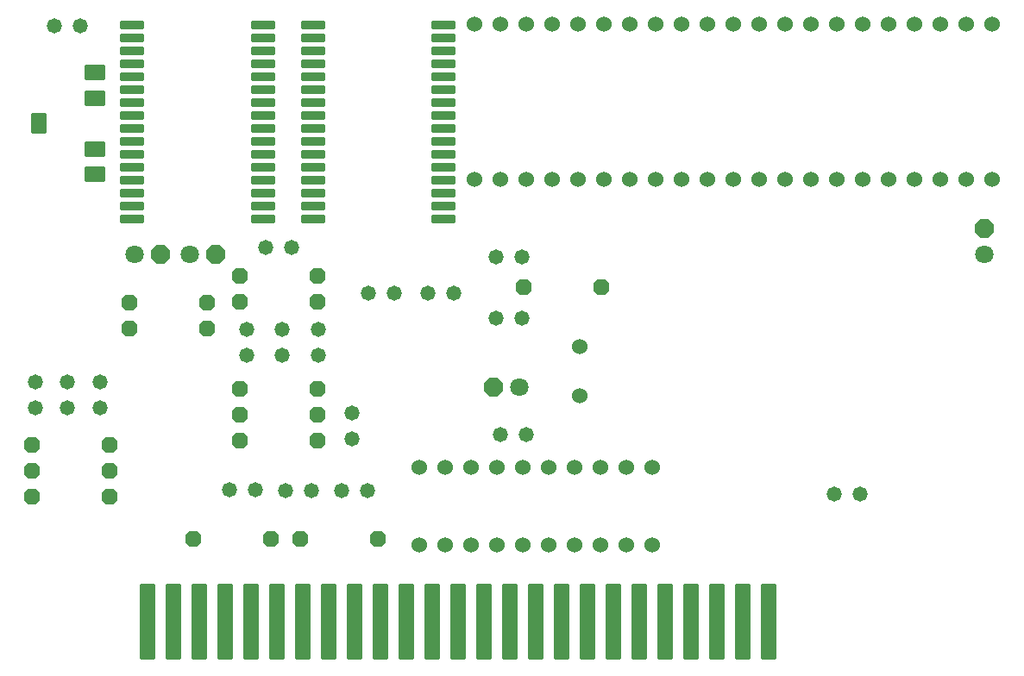
<source format=gbr>
%TF.GenerationSoftware,KiCad,Pcbnew,(6.0.5)*%
%TF.CreationDate,2022-11-15T11:28:17-03:00*%
%TF.ProjectId,MSX OPL4 Wozblaster,4d535820-4f50-44c3-9420-576f7a626c61,rev?*%
%TF.SameCoordinates,Original*%
%TF.FileFunction,Soldermask,Bot*%
%TF.FilePolarity,Negative*%
%FSLAX46Y46*%
G04 Gerber Fmt 4.6, Leading zero omitted, Abs format (unit mm)*
G04 Created by KiCad (PCBNEW (6.0.5)) date 2022-11-15 11:28:17*
%MOMM*%
%LPD*%
G01*
G04 APERTURE LIST*
G04 Aperture macros list*
%AMRoundRect*
0 Rectangle with rounded corners*
0 $1 Rounding radius*
0 $2 $3 $4 $5 $6 $7 $8 $9 X,Y pos of 4 corners*
0 Add a 4 corners polygon primitive as box body*
4,1,4,$2,$3,$4,$5,$6,$7,$8,$9,$2,$3,0*
0 Add four circle primitives for the rounded corners*
1,1,$1+$1,$2,$3*
1,1,$1+$1,$4,$5*
1,1,$1+$1,$6,$7*
1,1,$1+$1,$8,$9*
0 Add four rect primitives between the rounded corners*
20,1,$1+$1,$2,$3,$4,$5,0*
20,1,$1+$1,$4,$5,$6,$7,0*
20,1,$1+$1,$6,$7,$8,$9,0*
20,1,$1+$1,$8,$9,$2,$3,0*%
%AMFreePoly0*
4,1,25,0.459769,0.882296,0.471892,0.871942,0.871942,0.471892,0.900449,0.415944,0.901700,0.400050,0.901700,-0.400050,0.882296,-0.459769,0.871942,-0.471892,0.471892,-0.871942,0.415944,-0.900449,0.400050,-0.901700,-0.400050,-0.901700,-0.459769,-0.882296,-0.471892,-0.871942,-0.871942,-0.471892,-0.900449,-0.415944,-0.901700,-0.400050,-0.901700,0.400050,-0.882296,0.459769,-0.871942,0.471892,
-0.471892,0.871942,-0.415944,0.900449,-0.400050,0.901700,0.400050,0.901700,0.459769,0.882296,0.459769,0.882296,$1*%
%AMFreePoly1*
4,1,25,0.389919,0.742596,0.402042,0.732242,0.732242,0.402042,0.760749,0.346094,0.762000,0.330200,0.762000,-0.330200,0.742596,-0.389919,0.732242,-0.402042,0.402042,-0.732242,0.346094,-0.760749,0.330200,-0.762000,-0.330200,-0.762000,-0.389919,-0.742596,-0.402042,-0.732242,-0.732242,-0.402042,-0.760749,-0.346094,-0.762000,-0.330200,-0.762000,0.330200,-0.742596,0.389919,-0.732242,0.402042,
-0.402042,0.732242,-0.346094,0.760749,-0.330200,0.762000,0.330200,0.762000,0.389919,0.742596,0.389919,0.742596,$1*%
G04 Aperture macros list end*
%ADD10RoundRect,0.101600X0.635000X3.660000X-0.635000X3.660000X-0.635000X-3.660000X0.635000X-3.660000X0*%
%ADD11RoundRect,0.101600X0.900000X0.650000X-0.900000X0.650000X-0.900000X-0.650000X0.900000X-0.650000X0*%
%ADD12RoundRect,0.101600X-0.650000X0.900000X-0.650000X-0.900000X0.650000X-0.900000X0.650000X0.900000X0*%
%ADD13FreePoly0,0.000000*%
%ADD14C,1.803400*%
%ADD15RoundRect,0.101600X-1.100000X0.300000X-1.100000X-0.300000X1.100000X-0.300000X1.100000X0.300000X0*%
%ADD16C,1.524000*%
%ADD17C,1.473200*%
%ADD18FreePoly1,0.000000*%
%ADD19FreePoly1,180.000000*%
%ADD20FreePoly0,180.000000*%
%ADD21FreePoly0,90.000000*%
G04 APERTURE END LIST*
D10*
%TO.C,IC1*%
X173400000Y-130840000D03*
X170860000Y-130840000D03*
X168320000Y-130840000D03*
X165780000Y-130840000D03*
X163240000Y-130840000D03*
X160700000Y-130840000D03*
X158160000Y-130840000D03*
X155620000Y-130840000D03*
X153080000Y-130840000D03*
X150540000Y-130840000D03*
X148000000Y-130840000D03*
X145460000Y-130840000D03*
X142920000Y-130840000D03*
X140380000Y-130840000D03*
X137840000Y-130840000D03*
X135300000Y-130840000D03*
X132760000Y-130840000D03*
X130220000Y-130840000D03*
X127680000Y-130840000D03*
X125140000Y-130840000D03*
X122600000Y-130840000D03*
X120060000Y-130840000D03*
X117520000Y-130840000D03*
X114980000Y-130840000D03*
X112440000Y-130840000D03*
%TD*%
D11*
%TO.C,U$6*%
X107270000Y-86925000D03*
X107270000Y-84425000D03*
X107270000Y-79425000D03*
X107270000Y-76925000D03*
D12*
X101770000Y-81925000D03*
%TD*%
D13*
%TO.C,C10*%
X119100000Y-94790000D03*
D14*
X116560000Y-94790000D03*
%TD*%
D15*
%TO.C,U$4*%
X123766000Y-73555000D03*
X123766000Y-87525000D03*
X123766000Y-72285000D03*
X123766000Y-74825000D03*
X123766000Y-76095000D03*
X123766000Y-88795000D03*
X123766000Y-86255000D03*
X123766000Y-84985000D03*
X123766000Y-78635000D03*
X123766000Y-82445000D03*
X123766000Y-77365000D03*
X123766000Y-79905000D03*
X123766000Y-83715000D03*
X123766000Y-81175000D03*
X123766000Y-90065000D03*
X123766000Y-91335000D03*
X110934000Y-91335000D03*
X110934000Y-90065000D03*
X110934000Y-88795000D03*
X110934000Y-87525000D03*
X110934000Y-86255000D03*
X110934000Y-84985000D03*
X110934000Y-83715000D03*
X110934000Y-82445000D03*
X110934000Y-81175000D03*
X110934000Y-79905000D03*
X110934000Y-78635000D03*
X110934000Y-77365000D03*
X110934000Y-76095000D03*
X110934000Y-74825000D03*
X110934000Y-73555000D03*
X110934000Y-72285000D03*
%TD*%
D16*
%TO.C,IC4*%
X144490000Y-72170000D03*
X147030000Y-72170000D03*
X149570000Y-72170000D03*
X152110000Y-72170000D03*
X154650000Y-72170000D03*
X157190000Y-72170000D03*
X159730000Y-72170000D03*
X162270000Y-72170000D03*
X164810000Y-72170000D03*
X167350000Y-72170000D03*
X169890000Y-72170000D03*
X172430000Y-72170000D03*
X174970000Y-72170000D03*
X177510000Y-72170000D03*
X180050000Y-72170000D03*
X182590000Y-72170000D03*
X185130000Y-72170000D03*
X187670000Y-72170000D03*
X190210000Y-72170000D03*
X192750000Y-72170000D03*
X195290000Y-72170000D03*
X195290000Y-87410000D03*
X192750000Y-87410000D03*
X190210000Y-87410000D03*
X187670000Y-87410000D03*
X185130000Y-87410000D03*
X182590000Y-87410000D03*
X180050000Y-87410000D03*
X177510000Y-87410000D03*
X174970000Y-87410000D03*
X172430000Y-87410000D03*
X169890000Y-87410000D03*
X167350000Y-87410000D03*
X164810000Y-87410000D03*
X162270000Y-87410000D03*
X159730000Y-87410000D03*
X157190000Y-87410000D03*
X154650000Y-87410000D03*
X152110000Y-87410000D03*
X149570000Y-87410000D03*
X147030000Y-87410000D03*
X144490000Y-87410000D03*
%TD*%
%TO.C,IC5*%
X139080000Y-123290000D03*
X141620000Y-123290000D03*
X144160000Y-123290000D03*
X146700000Y-123290000D03*
X149240000Y-123290000D03*
X151780000Y-123290000D03*
X154320000Y-123290000D03*
X156860000Y-123290000D03*
X159400000Y-123290000D03*
X161940000Y-123290000D03*
X161940000Y-115670000D03*
X159400000Y-115670000D03*
X156860000Y-115670000D03*
X154320000Y-115670000D03*
X151780000Y-115670000D03*
X149240000Y-115670000D03*
X146700000Y-115670000D03*
X144160000Y-115670000D03*
X141620000Y-115670000D03*
X139080000Y-115670000D03*
%TD*%
D15*
%TO.C,U$5*%
X141486000Y-73555000D03*
X141486000Y-87525000D03*
X141486000Y-72285000D03*
X141486000Y-74825000D03*
X141486000Y-76095000D03*
X141486000Y-88795000D03*
X141486000Y-86255000D03*
X141486000Y-84985000D03*
X141486000Y-78635000D03*
X141486000Y-82445000D03*
X141486000Y-77365000D03*
X141486000Y-79905000D03*
X141486000Y-83715000D03*
X141486000Y-81175000D03*
X141486000Y-90065000D03*
X141486000Y-91335000D03*
X128654000Y-91335000D03*
X128654000Y-90065000D03*
X128654000Y-88795000D03*
X128654000Y-87525000D03*
X128654000Y-86255000D03*
X128654000Y-84985000D03*
X128654000Y-83715000D03*
X128654000Y-82445000D03*
X128654000Y-81175000D03*
X128654000Y-79905000D03*
X128654000Y-78635000D03*
X128654000Y-77365000D03*
X128654000Y-76095000D03*
X128654000Y-74825000D03*
X128654000Y-73555000D03*
X128654000Y-72285000D03*
%TD*%
D17*
%TO.C,C7*%
X131490000Y-117980000D03*
X134030000Y-117980000D03*
%TD*%
D18*
%TO.C,R1*%
X124510000Y-122680000D03*
X116890000Y-122680000D03*
%TD*%
D19*
%TO.C,R2*%
X127410000Y-122680000D03*
X135030000Y-122680000D03*
%TD*%
%TO.C,R3*%
X108720000Y-118570000D03*
X101100000Y-118570000D03*
%TD*%
D18*
%TO.C,R4*%
X101100000Y-116030000D03*
X108720000Y-116030000D03*
%TD*%
D19*
%TO.C,R5*%
X108720000Y-113490000D03*
X101100000Y-113490000D03*
%TD*%
D18*
%TO.C,R6*%
X118290000Y-99490000D03*
X110670000Y-99490000D03*
%TD*%
D19*
%TO.C,R7*%
X110670000Y-102030000D03*
X118290000Y-102030000D03*
%TD*%
%TO.C,R8*%
X121496100Y-96903600D03*
X129116100Y-96903600D03*
%TD*%
%TO.C,R9*%
X121496100Y-99453600D03*
X129116100Y-99453600D03*
%TD*%
D18*
%TO.C,R10*%
X121496100Y-113040000D03*
X129116100Y-113040000D03*
%TD*%
D19*
%TO.C,R11*%
X129116100Y-110500000D03*
X121496100Y-110500000D03*
%TD*%
D18*
%TO.C,R12*%
X121496100Y-107960000D03*
X129116100Y-107960000D03*
%TD*%
D17*
%TO.C,C11*%
X107730000Y-107310000D03*
X107730000Y-109850000D03*
%TD*%
%TO.C,C2*%
X101380000Y-107310000D03*
X101380000Y-109850000D03*
%TD*%
%TO.C,C3*%
X104555000Y-107310000D03*
X104555000Y-109850000D03*
%TD*%
D16*
%TO.C,Q1*%
X154860000Y-103817000D03*
X154860000Y-108643000D03*
%TD*%
D18*
%TO.C,R13*%
X149340000Y-98020000D03*
X156960000Y-98020000D03*
%TD*%
D20*
%TO.C,C8*%
X146360000Y-107800000D03*
D14*
X148900000Y-107800000D03*
%TD*%
%TO.C,C9*%
X111180000Y-94790000D03*
D13*
X113720000Y-94790000D03*
%TD*%
D17*
%TO.C,C6*%
X128545000Y-117980000D03*
X126005000Y-117980000D03*
%TD*%
%TO.C,C12*%
X122136100Y-104720000D03*
X122136100Y-102180000D03*
%TD*%
%TO.C,C5*%
X125668100Y-104720000D03*
X125668100Y-102180000D03*
%TD*%
%TO.C,C4*%
X129200000Y-104720000D03*
X129200000Y-102180000D03*
%TD*%
%TO.C,C1*%
X132460000Y-110330000D03*
X132460000Y-112870000D03*
%TD*%
%TO.C,C16*%
X182330000Y-118350000D03*
X179790000Y-118350000D03*
%TD*%
%TO.C,C17*%
X134060000Y-98600000D03*
X136600000Y-98600000D03*
%TD*%
%TO.C,C18*%
X103250000Y-72340000D03*
X105790000Y-72340000D03*
%TD*%
%TO.C,C13*%
X142520000Y-98610000D03*
X139980000Y-98610000D03*
%TD*%
%TO.C,C14*%
X149130000Y-95050000D03*
X146590000Y-95050000D03*
%TD*%
%TO.C,C15*%
X149200000Y-101050000D03*
X146660000Y-101050000D03*
%TD*%
%TO.C,C19*%
X120480000Y-117920000D03*
X123020000Y-117920000D03*
%TD*%
%TO.C,C20*%
X124010000Y-94130000D03*
X126550000Y-94130000D03*
%TD*%
D14*
%TO.C,C21*%
X194550000Y-94770000D03*
D21*
X194550000Y-92230000D03*
%TD*%
D17*
%TO.C,C23*%
X147090000Y-112450000D03*
X149630000Y-112450000D03*
%TD*%
M02*

</source>
